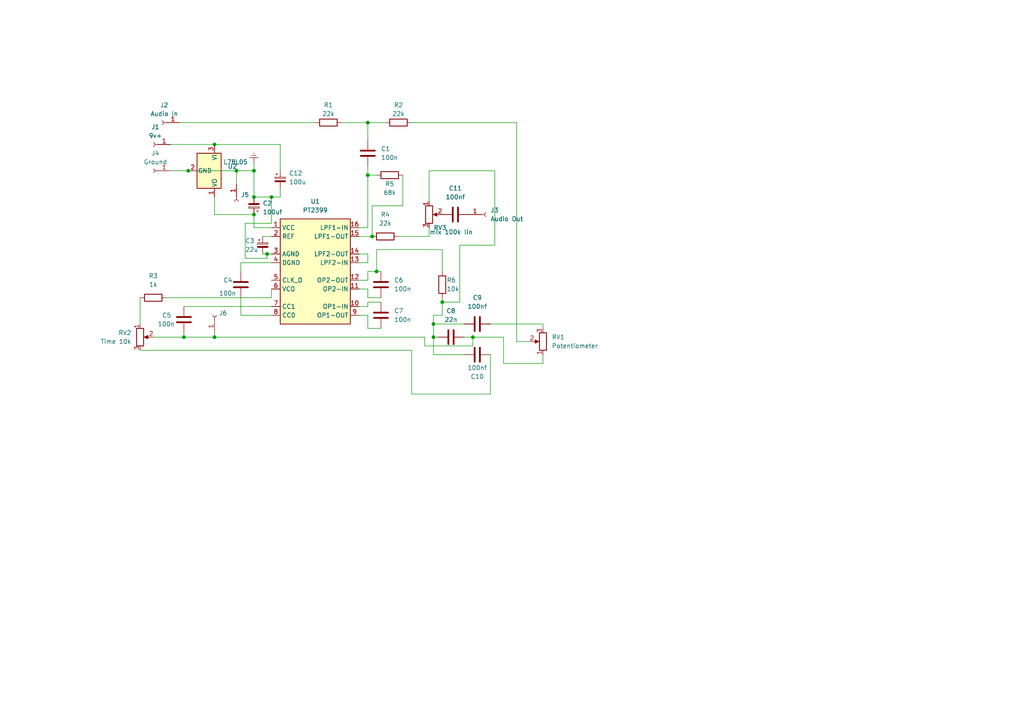
<source format=kicad_sch>
(kicad_sch (version 20230121) (generator eeschema)
  (paper "A4")
  (lib_symbols
    (symbol "Audio:PT2399"
      (property "Reference" "U" (at 0 17.78 0))
      (property "Value" "PT2399" (at 0 -17.78 0))
      (symbol "PT2399_0_1"
        (rectangle (start -10.16 15.24) (end 10.16 -15.24) (stroke (width 0.254)) (fill (type background)))
      )
      (symbol "PT2399_1_1"
        (pin power_in line (at -12.7 12.7 0) (length 2.54) (name "VCC") (number "1"))
        (pin input line (at 12.7 -10.16 180) (length 2.54) (name "OP1-IN") (number "10"))
        (pin input line (at 12.7 -5.08 180) (length 2.54) (name "OP2-IN") (number "11"))
        (pin output line (at 12.7 -2.54 180) (length 2.54) (name "OP2-OUT") (number "12"))
        (pin input line (at 12.7 2.54 180) (length 2.54) (name "LPF2-IN") (number "13"))
        (pin output line (at 12.7 5.08 180) (length 2.54) (name "LPF2-OUT") (number "14"))
        (pin output line (at 12.7 10.16 180) (length 2.54) (name "LPF1-OUT") (number "15"))
        (pin input line (at 12.7 12.7 180) (length 2.54) (name "LPF1-IN") (number "16"))
        (pin passive line (at -12.7 10.16 0) (length 2.54) (name "REF") (number "2"))
        (pin power_in line (at -12.7 5.08 0) (length 2.54) (name "AGND") (number "3"))
        (pin power_in line (at -12.7 2.54 0) (length 2.54) (name "DGND") (number "4"))
        (pin passive line (at -12.7 -2.54 0) (length 2.54) (name "CLK_O") (number "5"))
        (pin passive line (at -12.7 -5.08 0) (length 2.54) (name "VCO") (number "6"))
        (pin passive line (at -12.7 -10.16 0) (length 2.54) (name "CC1") (number "7"))
        (pin passive line (at -12.7 -12.7 0) (length 2.54) (name "CC0") (number "8"))
        (pin output line (at 12.7 -12.7 180) (length 2.54) (name "OP1-OUT") (number "9"))
      )
    )
    (symbol "Connector:Conn_01x01_Socket" (pin_names (offset 1.016) hide)
      (property "Reference" "J" (at 0 2.54 0))
      (property "Value" "Conn_01x01_Socket" (at 0 -2.54 0))
      (symbol "Conn_01x01_Socket_1_1"
        (polyline (pts (xy -1.27 0) (xy -0.508 0)) (stroke (width 0.1524)))
        (arc (start 0 0.508) (mid -0.5058 0) (end 0 -0.508) (stroke (width 0.1524)))
        (pin passive line (at -5.08 0 0) (length 3.81) (name "Pin_1") (number "1"))
      )
    )
    (symbol "Device:C" (pin_numbers hide) (pin_names (offset 0.254))
      (property "Reference" "C" (at 0.635 2.54 0))
      (property "Value" "C" (at 0.635 -2.54 0))
      (symbol "C_0_1"
        (polyline (pts (xy -2.032 -0.762) (xy 2.032 -0.762)) (stroke (width 0.508)))
        (polyline (pts (xy -2.032 0.762) (xy 2.032 0.762)) (stroke (width 0.508)))
      )
      (symbol "C_1_1"
        (pin passive line (at 0 3.81 270) (length 2.794) (name "~") (number "1"))
        (pin passive line (at 0 -3.81 90) (length 2.794) (name "~") (number "2"))
      )
    )
    (symbol "Device:C_Polarized_Small" (pin_numbers hide) (pin_names (offset 0.254) hide)
      (property "Reference" "C" (at 0.254 1.778 0))
      (property "Value" "C_Polarized_Small" (at 0.254 -2.032 0))
      (symbol "C_Polarized_Small_0_1"
        (rectangle (start -1.524 -0.3048) (end 1.524 -0.6858) (fill (type outline)))
        (rectangle (start -1.524 0.6858) (end 1.524 0.3048))
        (polyline (pts (xy -1.27 1.524) (xy -0.762 1.524)))
        (polyline (pts (xy -1.016 1.27) (xy -1.016 1.778)))
      )
      (symbol "C_Polarized_Small_1_1"
        (pin passive line (at 0 2.54 270) (length 1.8542) (name "~") (number "1"))
        (pin passive line (at 0 -2.54 90) (length 1.8542) (name "~") (number "2"))
      )
    )
    (symbol "Device:R" (pin_numbers hide) (pin_names (offset 0))
      (property "Reference" "R" (at 2.032 0 90))
      (property "Value" "R" (at 0 0 90))
      (symbol "R_0_1"
        (rectangle (start -1.016 -2.54) (end 1.016 2.54) (stroke (width 0.254)))
      )
      (symbol "R_1_1"
        (pin passive line (at 0 3.81 270) (length 1.27) (name "~") (number "1"))
        (pin passive line (at 0 -3.81 90) (length 1.27) (name "~") (number "2"))
      )
    )
    (symbol "Device:R_Potentiometer" (pin_names (offset 1.016) hide)
      (property "Reference" "RV" (at -4.445 0 90))
      (property "Value" "R_Potentiometer" (at -2.54 0 90))
      (symbol "R_Potentiometer_0_1"
        (polyline (pts (xy 2.54 0) (xy 1.524 0)))
        (polyline (pts (xy 1.143 0) (xy 2.286 0.508) (xy 2.286 -0.508) (xy 1.143 0)) (fill (type outline)))
        (rectangle (start 1.016 2.54) (end -1.016 -2.54) (stroke (width 0.254)))
      )
      (symbol "R_Potentiometer_1_1"
        (pin passive line (at 0 3.81 270) (length 1.27) (name "1") (number "1"))
        (pin passive line (at 3.81 0 180) (length 1.27) (name "2") (number "2"))
        (pin passive line (at 0 -3.81 90) (length 1.27) (name "3") (number "3"))
      )
    )
    (symbol "Regulator_Linear:L78L05_TO92" (pin_names (offset 0.254))
      (property "Reference" "U" (at -3.81 3.175 0))
      (property "Value" "L78L05_TO92" (at 0 3.175 0))
      (symbol "L78L05_TO92_0_1"
        (rectangle (start -5.08 -5.08) (end 5.08 1.905) (stroke (width 0.254)) (fill (type background)))
      )
      (symbol "L78L05_TO92_1_1"
        (pin power_out line (at 7.62 0 180) (length 2.54) (name "VO") (number "1"))
        (pin power_in line (at 0 -7.62 90) (length 2.54) (name "GND") (number "2"))
        (pin power_in line (at -7.62 0 0) (length 2.54) (name "VI") (number "3"))
      )
    )
    (symbol "power:Earth" (power) (pin_names (offset 0))
      (symbol "Earth_0_1"
        (polyline (pts (xy -0.635 -1.905) (xy 0.635 -1.905)))
        (polyline (pts (xy -0.127 -2.54) (xy 0.127 -2.54)))
        (polyline (pts (xy 0 -1.27) (xy 0 0)))
        (polyline (pts (xy 1.27 -1.27) (xy -1.27 -1.27)))
      )
      (symbol "Earth_1_1"
        (pin power_in line (at 0 0 270) (length 0) hide (name "Earth") (number "1"))
      )
    )
  )
  (junction (at 109.22 78.74))
  (junction (at 78.74 57.15))
  (junction (at 128.27 87.63))
  (junction (at 106.68 35.56))
  (junction (at 73.66 57.15))
  (junction (at 77.47 73.66))
  (junction (at 106.68 50.8))
  (junction (at 62.23 97.79))
  (junction (at 73.66 62.23))
  (junction (at 107.95 68.58))
  (junction (at 62.23 41.91))
  (junction (at 54.61 49.53))
  (junction (at 53.34 97.79))
  (junction (at 125.73 93.98))
  (junction (at 68.58 49.53))
  (junction (at 137.16 97.79))
  (junction (at 125.73 97.79))
  (junction (at 73.66 49.53))
  (wire (pts (xy 76.2 68.58) (xy 78.74 68.58)))
  (wire (pts (xy 106.68 48.26) (xy 106.68 50.8)))
  (wire (pts (xy 125.73 102.87) (xy 125.73 97.79)))
  (wire (pts (xy 128.27 86.36) (xy 128.27 87.63)))
  (wire (pts (xy 128.27 72.39) (xy 128.27 78.74)))
  (wire (pts (xy 104.14 83.82) (xy 106.68 83.82)))
  (wire (pts (xy 106.68 87.63) (xy 110.49 87.63)))
  (wire (pts (xy 124.46 68.58) (xy 124.46 66.04)))
  (wire (pts (xy 73.66 66.04) (xy 78.74 66.04)))
  (wire (pts (xy 137.16 100.33) (xy 137.16 97.79)))
  (wire (pts (xy 106.68 78.74) (xy 109.22 78.74)))
  (wire (pts (xy 68.58 49.53) (xy 68.58 53.34)))
  (wire (pts (xy 110.49 95.25) (xy 106.68 95.25)))
  (wire (pts (xy 119.38 101.6) (xy 40.64 101.6)))
  (wire (pts (xy 106.68 95.25) (xy 106.68 91.44)))
  (wire (pts (xy 71.12 74.93) (xy 77.47 74.93)))
  (wire (pts (xy 104.14 76.2) (xy 106.68 76.2)))
  (wire (pts (xy 81.28 49.53) (xy 81.28 41.91)))
  (wire (pts (xy 106.68 35.56) (xy 106.68 40.64)))
  (wire (pts (xy 104.14 88.9) (xy 106.68 88.9)))
  (wire (pts (xy 53.34 96.52) (xy 53.34 97.79)))
  (wire (pts (xy 77.47 73.66) (xy 77.47 74.93)))
  (wire (pts (xy 143.51 49.53) (xy 143.51 71.12)))
  (wire (pts (xy 106.68 66.04) (xy 104.14 66.04)))
  (wire (pts (xy 40.64 86.36) (xy 40.64 93.98)))
  (wire (pts (xy 49.53 41.91) (xy 62.23 41.91)))
  (wire (pts (xy 62.23 62.23) (xy 73.66 62.23)))
  (wire (pts (xy 69.85 76.2) (xy 69.85 78.74)))
  (wire (pts (xy 104.14 91.44) (xy 106.68 91.44)))
  (wire (pts (xy 106.68 81.28) (xy 106.68 78.74)))
  (wire (pts (xy 109.22 78.74) (xy 110.49 78.74)))
  (wire (pts (xy 104.14 68.58) (xy 107.95 68.58)))
  (wire (pts (xy 104.14 81.28) (xy 106.68 81.28)))
  (wire (pts (xy 73.66 62.23) (xy 73.66 66.04)))
  (wire (pts (xy 149.86 99.06) (xy 153.67 99.06)))
  (wire (pts (xy 134.62 102.87) (xy 125.73 102.87)))
  (wire (pts (xy 125.73 93.98) (xy 125.73 97.79)))
  (wire (pts (xy 142.24 93.98) (xy 157.48 93.98)))
  (wire (pts (xy 71.12 64.77) (xy 78.74 64.77)))
  (wire (pts (xy 62.23 57.15) (xy 62.23 62.23)))
  (wire (pts (xy 73.66 57.15) (xy 78.74 57.15)))
  (wire (pts (xy 73.66 49.53) (xy 73.66 57.15)))
  (wire (pts (xy 78.74 57.15) (xy 78.74 64.77)))
  (wire (pts (xy 123.19 100.33) (xy 137.16 100.33)))
  (wire (pts (xy 76.2 73.66) (xy 77.47 73.66)))
  (wire (pts (xy 68.58 49.53) (xy 73.66 49.53)))
  (wire (pts (xy 142.24 102.87) (xy 142.24 114.3)))
  (wire (pts (xy 146.05 97.79) (xy 146.05 105.41)))
  (wire (pts (xy 110.49 86.36) (xy 106.68 86.36)))
  (wire (pts (xy 116.84 59.69) (xy 107.95 59.69)))
  (wire (pts (xy 142.24 114.3) (xy 119.38 114.3)))
  (wire (pts (xy 134.62 97.79) (xy 137.16 97.79)))
  (wire (pts (xy 53.34 97.79) (xy 62.23 97.79)))
  (wire (pts (xy 53.34 88.9) (xy 78.74 88.9)))
  (wire (pts (xy 62.23 96.52) (xy 62.23 97.79)))
  (wire (pts (xy 107.95 59.69) (xy 107.95 68.58)))
  (wire (pts (xy 137.16 97.79) (xy 146.05 97.79)))
  (wire (pts (xy 134.62 93.98) (xy 125.73 93.98)))
  (wire (pts (xy 78.74 86.36) (xy 78.74 83.82)))
  (wire (pts (xy 81.28 54.61) (xy 81.28 57.15)))
  (wire (pts (xy 54.61 49.53) (xy 68.58 49.53)))
  (wire (pts (xy 125.73 91.44) (xy 125.73 93.98)))
  (wire (pts (xy 69.85 86.36) (xy 69.85 91.44)))
  (wire (pts (xy 157.48 105.41) (xy 157.48 102.87)))
  (wire (pts (xy 119.38 114.3) (xy 119.38 101.6)))
  (wire (pts (xy 123.19 97.79) (xy 123.19 100.33)))
  (wire (pts (xy 71.12 74.93) (xy 71.12 64.77)))
  (wire (pts (xy 149.86 35.56) (xy 149.86 99.06)))
  (wire (pts (xy 133.35 71.12) (xy 133.35 87.63)))
  (wire (pts (xy 106.68 88.9) (xy 106.68 87.63)))
  (wire (pts (xy 143.51 49.53) (xy 124.46 49.53)))
  (wire (pts (xy 77.47 73.66) (xy 78.74 73.66)))
  (wire (pts (xy 44.45 97.79) (xy 53.34 97.79)))
  (wire (pts (xy 125.73 97.79) (xy 127 97.79)))
  (wire (pts (xy 48.26 86.36) (xy 78.74 86.36)))
  (wire (pts (xy 106.68 50.8) (xy 109.22 50.8)))
  (wire (pts (xy 99.06 35.56) (xy 106.68 35.56)))
  (wire (pts (xy 62.23 41.91) (xy 81.28 41.91)))
  (wire (pts (xy 109.22 78.74) (xy 109.22 72.39)))
  (wire (pts (xy 78.74 57.15) (xy 81.28 57.15)))
  (wire (pts (xy 146.05 105.41) (xy 157.48 105.41)))
  (wire (pts (xy 49.53 49.53) (xy 54.61 49.53)))
  (wire (pts (xy 106.68 86.36) (xy 106.68 83.82)))
  (wire (pts (xy 128.27 87.63) (xy 128.27 91.44)))
  (wire (pts (xy 62.23 97.79) (xy 123.19 97.79)))
  (wire (pts (xy 124.46 49.53) (xy 124.46 58.42)))
  (wire (pts (xy 115.57 68.58) (xy 124.46 68.58)))
  (wire (pts (xy 119.38 35.56) (xy 149.86 35.56)))
  (wire (pts (xy 52.07 35.56) (xy 91.44 35.56)))
  (wire (pts (xy 104.14 73.66) (xy 106.68 73.66)))
  (wire (pts (xy 128.27 91.44) (xy 125.73 91.44)))
  (wire (pts (xy 116.84 50.8) (xy 116.84 59.69)))
  (wire (pts (xy 73.66 46.99) (xy 73.66 49.53)))
  (wire (pts (xy 133.35 71.12) (xy 143.51 71.12)))
  (wire (pts (xy 106.68 50.8) (xy 106.68 66.04)))
  (wire (pts (xy 109.22 72.39) (xy 128.27 72.39)))
  (wire (pts (xy 128.27 87.63) (xy 133.35 87.63)))
  (wire (pts (xy 157.48 93.98) (xy 157.48 95.25)))
  (wire (pts (xy 69.85 91.44) (xy 78.74 91.44)))
  (wire (pts (xy 69.85 76.2) (xy 78.74 76.2)))
  (wire (pts (xy 106.68 35.56) (xy 111.76 35.56)))
  (wire (pts (xy 106.68 73.66) (xy 106.68 76.2)))
  (symbol (lib_id "Device:R") (at 113.03 50.8 90) (unit 1)
    (property "Reference" "R5" (at 113.03 53.34 90))
    (property "Value" "68k" (at 113.03 55.88 90))
    (property "Footprint" "Resistor_THT:R_Axial_DIN0204_L3.6mm_D1.6mm_P5.08mm_Horizontal" (effects hide))
  )
  (symbol (lib_id "Connector:Conn_01x01_Socket") (at 44.45 49.53 180) (unit 1)
    (property "Reference" "J4" (at 45.085 44.45 0))
    (property "Value" "Ground" (at 45.085 46.99 0))
    (property "Footprint" "Connector_PinHeader_1.00mm:PinHeader_1x01_P1.00mm_Vertical" (effects hide))
  )
  (symbol (lib_id "Device:C_Polarized_Small") (at 76.2 71.12 0) (unit 1)
    (property "Reference" "C3" (at 71.12 69.85 0) (effects (justify left)))
    (property "Value" "22u" (at 71.12 72.39 0) (effects (justify left)))
    (property "Footprint" "Capacitor_THT:CP_Radial_D5.0mm_P2.00mm" (effects hide))
  )
  (symbol (lib_id "Device:C") (at 53.34 92.71 0) (unit 1)
    (property "Reference" "C5" (at 46.99 91.44 0) (effects (justify left)))
    (property "Value" "100n" (at 45.72 93.98 0) (effects (justify left)))
    (property "Footprint" "Capacitor_THT:C_Rect_L9.0mm_W2.7mm_P7.50mm_MKT" (effects hide))
  )
  (symbol (lib_id "Audio:PT2399") (at 91.44 78.74 0) (unit 1)
    (property "Reference" "U1" (at 91.44 58.42 0))
    (property "Value" "PT2399" (at 91.44 60.96 0))
    (property "Footprint" "Package_DIP:DIP-16_W7.62mm_Socket" (effects hide))
    (property "Datasheet" "http://www.princeton.com.tw/Portals/0/Product/PT2399_1.pdf" (effects hide))
  )
  (symbol (lib_id "Connector:Conn_01x01_Socket") (at 68.58 58.42 270) (unit 1)
    (property "Reference" "J5" (at 69.85 56.515 90) (effects (justify left)))
    (property "Value" "jumper1 start" (effects hide))
    (property "Footprint" "Connector_PinHeader_1.00mm:PinHeader_1x01_P1.00mm_Vertical" (effects hide))
  )
  (symbol (lib_id "Connector:Conn_01x01_Socket") (at 44.45 41.91 180) (unit 1)
    (property "Reference" "J1" (at 45.085 36.83 0))
    (property "Value" "9v+" (at 45.085 39.37 0))
    (property "Footprint" "Connector_PinHeader_1.00mm:PinHeader_1x01_P1.00mm_Vertical" (effects hide))
  )
  (symbol (lib_id "Regulator_Linear:L78L05_TO92") (at 62.23 49.53 270) (unit 1)
    (property "Reference" "U2" (at 66.04 48.26 90) (effects (justify left)))
    (property "Value" "L78L05" (at 64.77 46.99 90) (effects (justify left)))
    (property "Footprint" "Package_TO_SOT_THT:TO-92_Inline" (effects hide))
    (property "Datasheet" "http://www.st.com/content/ccc/resource/technical/document/datasheet/15/55/e5/aa/23/5b/43/fd/CD00000446.pdf/files/CD00000446.pdf/jcr:content/translations/en.CD00000446.pdf" (effects hide))
  )
  (symbol (lib_id "Device:C") (at 106.68 44.45 0) (unit 1)
    (property "Reference" "C1" (at 110.49 43.18 0) (effects (justify left)))
    (property "Value" "100n" (at 110.49 45.72 0) (effects (justify left)))
    (property "Footprint" "Capacitor_THT:C_Rect_L9.0mm_W2.7mm_P7.50mm_MKT" (effects hide))
  )
  (symbol (lib_id "Connector:Conn_01x01_Socket") (at 62.23 91.44 90) (unit 1)
    (property "Reference" "J6" (at 63.5 90.805 90) (effects (justify right)))
    (property "Value" "jumper1 end" (effects hide))
    (property "Footprint" "Connector_PinHeader_1.00mm:PinHeader_1x01_P1.00mm_Vertical" (effects hide))
  )
  (symbol (lib_id "Device:C") (at 110.49 91.44 0) (unit 1)
    (property "Reference" "C7" (at 114.3 90.17 0) (effects (justify left)))
    (property "Value" "100n" (at 114.3 92.71 0) (effects (justify left)))
    (property "Footprint" "Capacitor_THT:C_Disc_D5.0mm_W2.5mm_P2.50mm" (effects hide))
  )
  (symbol (lib_id "Device:C") (at 130.81 97.79 90) (unit 1)
    (property "Reference" "C8" (at 130.81 90.17 90))
    (property "Value" "22n" (at 130.81 92.71 90))
    (property "Footprint" "Capacitor_THT:C_Disc_D3.0mm_W2.0mm_P2.50mm" (effects hide))
  )
  (symbol (lib_id "Device:R") (at 128.27 82.55 0) (unit 1)
    (property "Reference" "R6" (at 129.54 81.28 0) (effects (justify left)))
    (property "Value" "10k" (at 129.54 83.82 0) (effects (justify left)))
    (property "Footprint" "Resistor_THT:R_Axial_DIN0204_L3.6mm_D1.6mm_P5.08mm_Horizontal" (effects hide))
  )
  (symbol (lib_id "Connector:Conn_01x01_Socket") (at 46.99 35.56 180) (unit 1)
    (property "Reference" "J2" (at 47.625 30.48 0))
    (property "Value" "Audio In" (at 47.625 33.02 0))
    (property "Footprint" "Connector_PinHeader_1.00mm:PinHeader_1x01_P1.00mm_Vertical" (effects hide))
  )
  (symbol (lib_id "Device:C_Polarized_Small") (at 81.28 52.07 0) (unit 1)
    (property "Reference" "C12" (at 83.82 50.2539 0) (effects (justify left)))
    (property "Value" "100u" (at 83.82 52.7939 0) (effects (justify left)))
    (property "Footprint" "Capacitor_THT:CP_Radial_D5.0mm_P2.00mm" (effects hide))
  )
  (symbol (lib_id "Device:C") (at 110.49 82.55 0) (unit 1)
    (property "Reference" "C6" (at 114.3 81.28 0) (effects (justify left)))
    (property "Value" "100n" (at 114.3 83.82 0) (effects (justify left)))
    (property "Footprint" "Capacitor_THT:C_Disc_D5.0mm_W2.5mm_P2.50mm" (effects hide))
  )
  (symbol (lib_id "Device:R_Potentiometer") (at 157.48 99.06 180) (unit 1)
    (property "Reference" "RV1" (at 160.02 97.79 0) (effects (justify right)))
    (property "Value" "Potentiometer" (at 160.02 100.33 0) (effects (justify right)))
    (property "Footprint" "Potentiometer_THT:Potentiometer_Bourns_3386C_Horizontal" (effects hide))
  )
  (symbol (lib_id "Device:C_Polarized_Small") (at 73.66 59.69 180) (unit 1)
    (property "Reference" "C2" (at 76.2 58.9661 0) (effects (justify right)))
    (property "Value" "100uf" (at 76.2 61.5061 0) (effects (justify right)))
    (property "Footprint" "Capacitor_THT:CP_Radial_D5.0mm_P2.00mm" (effects hide))
  )
  (symbol (lib_id "power:Earth") (at 73.66 46.99 180) (unit 1)
    (property "Reference" "#PWR02" (effects hide))
    (property "Value" "Earth" (effects hide))
  )
  (symbol (lib_id "Device:R") (at 115.57 35.56 90) (unit 1)
    (property "Reference" "R2" (at 115.57 30.48 90))
    (property "Value" "22k" (at 115.57 33.02 90))
    (property "Footprint" "Resistor_THT:R_Axial_DIN0204_L3.6mm_D1.6mm_P7.62mm_Horizontal" (effects hide))
  )
  (symbol (lib_id "Device:C") (at 132.08 62.23 90) (unit 1)
    (property "Reference" "C11" (at 132.08 54.61 90))
    (property "Value" "100nf" (at 132.08 57.15 90))
    (property "Footprint" "Capacitor_THT:C_Rect_L9.0mm_W2.7mm_P7.50mm_MKT" (effects hide))
  )
  (symbol (lib_id "Device:C") (at 138.43 93.98 90) (unit 1)
    (property "Reference" "C9" (at 138.43 86.36 90))
    (property "Value" "100nf" (at 138.43 88.9 90))
    (property "Footprint" "Capacitor_THT:C_Rect_L9.0mm_W2.7mm_P7.50mm_MKT" (effects hide))
  )
  (symbol (lib_id "Device:R_Potentiometer") (at 124.46 62.23 0) (unit 1)
    (property "Reference" "RV3" (at 129.54 66.04 0) (effects (justify right)))
    (property "Value" "mix 100k lin" (at 137.16 67.31 0) (effects (justify right)))
    (property "Footprint" "Potentiometer_THT:Potentiometer_Bourns_3386C_Horizontal" (effects hide))
  )
  (symbol (lib_id "Device:R") (at 95.25 35.56 90) (unit 1)
    (property "Reference" "R1" (at 95.25 30.48 90))
    (property "Value" "22k" (at 95.25 33.02 90))
    (property "Footprint" "Resistor_THT:R_Axial_DIN0204_L3.6mm_D1.6mm_P7.62mm_Horizontal" (effects hide))
  )
  (symbol (lib_id "Device:C") (at 138.43 102.87 90) (unit 1)
    (property "Reference" "C10" (at 138.43 109.22 90))
    (property "Value" "100nf" (at 138.43 106.68 90))
    (property "Footprint" "Capacitor_THT:C_Rect_L9.0mm_W2.7mm_P7.50mm_MKT" (effects hide))
  )
  (symbol (lib_id "Device:R") (at 44.45 86.36 90) (unit 1)
    (property "Reference" "R3" (at 44.45 80.01 90))
    (property "Value" "1k" (at 44.45 82.55 90))
    (property "Footprint" "Resistor_THT:R_Axial_DIN0204_L3.6mm_D1.6mm_P5.08mm_Horizontal" (effects hide))
  )
  (symbol (lib_id "Connector:Conn_01x01_Socket") (at 140.97 62.23 0) (unit 1)
    (property "Reference" "J3" (at 142.24 60.96 0) (effects (justify left)))
    (property "Value" "Audio Out" (at 142.24 63.5 0) (effects (justify left)))
    (property "Footprint" "Connector_PinHeader_1.00mm:PinHeader_1x01_P1.00mm_Vertical" (effects hide))
  )
  (symbol (lib_id "Device:R") (at 111.76 68.58 90) (unit 1)
    (property "Reference" "R4" (at 111.76 62.23 90))
    (property "Value" "22k" (at 111.76 64.77 90))
    (property "Footprint" "Resistor_THT:R_Axial_DIN0204_L3.6mm_D1.6mm_P5.08mm_Horizontal" (effects hide))
  )
  (symbol (lib_id "Device:R_Potentiometer") (at 40.64 97.79 0) (unit 1)
    (property "Reference" "RV2" (at 38.1 96.52 0) (effects (justify right)))
    (property "Value" "Time 10k" (at 38.1 99.06 0) (effects (justify right)))
    (property "Footprint" "Potentiometer_THT:Potentiometer_Bourns_3386C_Horizontal" (effects hide))
  )
  (symbol (lib_id "Device:C") (at 69.85 82.55 180) (unit 1)
    (property "Reference" "C4" (at 64.77 81.28 0) (effects (justify right)))
    (property "Value" "100n" (at 63.5 85.09 0) (effects (justify right)))
    (property "Footprint" "Capacitor_THT:C_Rect_L9.0mm_W2.7mm_P7.50mm_MKT" (effects hide))
  )
)
</source>
